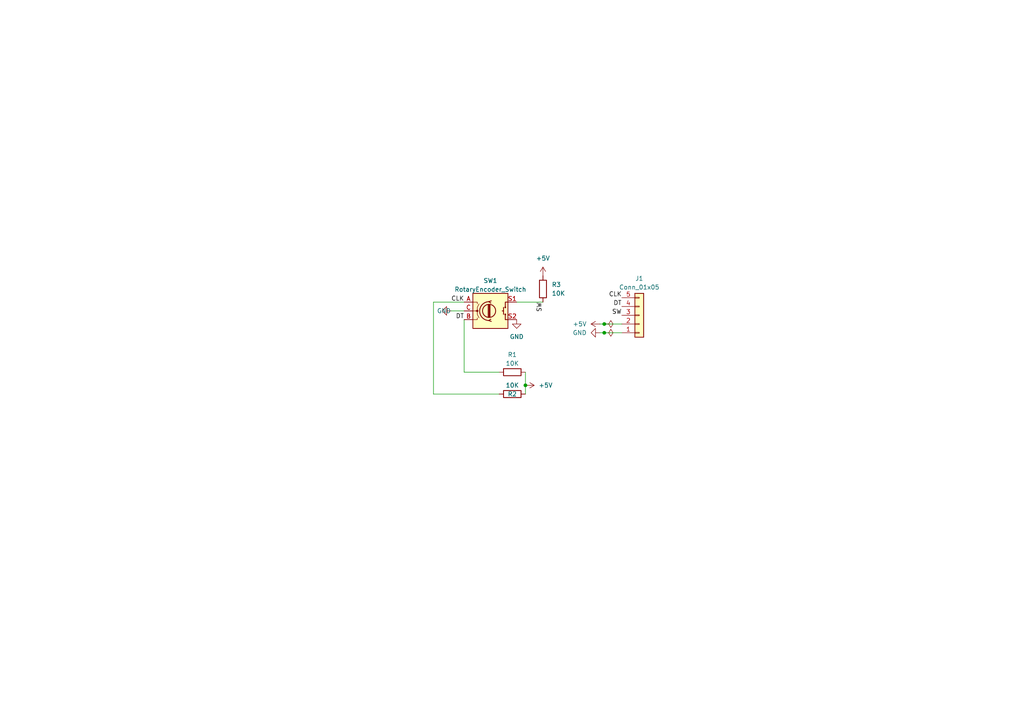
<source format=kicad_sch>
(kicad_sch (version 20230121) (generator eeschema)

  (uuid 554ff483-7798-419b-8c9d-d2013930b7d0)

  (paper "A4")

  (lib_symbols
    (symbol "Connector_Generic:Conn_01x05" (pin_names (offset 1.016) hide) (in_bom yes) (on_board yes)
      (property "Reference" "J" (at 0 7.62 0)
        (effects (font (size 1.27 1.27)))
      )
      (property "Value" "Conn_01x05" (at 0 -7.62 0)
        (effects (font (size 1.27 1.27)))
      )
      (property "Footprint" "" (at 0 0 0)
        (effects (font (size 1.27 1.27)) hide)
      )
      (property "Datasheet" "~" (at 0 0 0)
        (effects (font (size 1.27 1.27)) hide)
      )
      (property "ki_keywords" "connector" (at 0 0 0)
        (effects (font (size 1.27 1.27)) hide)
      )
      (property "ki_description" "Generic connector, single row, 01x05, script generated (kicad-library-utils/schlib/autogen/connector/)" (at 0 0 0)
        (effects (font (size 1.27 1.27)) hide)
      )
      (property "ki_fp_filters" "Connector*:*_1x??_*" (at 0 0 0)
        (effects (font (size 1.27 1.27)) hide)
      )
      (symbol "Conn_01x05_1_1"
        (rectangle (start -1.27 -4.953) (end 0 -5.207)
          (stroke (width 0.1524) (type default))
          (fill (type none))
        )
        (rectangle (start -1.27 -2.413) (end 0 -2.667)
          (stroke (width 0.1524) (type default))
          (fill (type none))
        )
        (rectangle (start -1.27 0.127) (end 0 -0.127)
          (stroke (width 0.1524) (type default))
          (fill (type none))
        )
        (rectangle (start -1.27 2.667) (end 0 2.413)
          (stroke (width 0.1524) (type default))
          (fill (type none))
        )
        (rectangle (start -1.27 5.207) (end 0 4.953)
          (stroke (width 0.1524) (type default))
          (fill (type none))
        )
        (rectangle (start -1.27 6.35) (end 1.27 -6.35)
          (stroke (width 0.254) (type default))
          (fill (type background))
        )
        (pin passive line (at -5.08 5.08 0) (length 3.81)
          (name "Pin_1" (effects (font (size 1.27 1.27))))
          (number "1" (effects (font (size 1.27 1.27))))
        )
        (pin passive line (at -5.08 2.54 0) (length 3.81)
          (name "Pin_2" (effects (font (size 1.27 1.27))))
          (number "2" (effects (font (size 1.27 1.27))))
        )
        (pin passive line (at -5.08 0 0) (length 3.81)
          (name "Pin_3" (effects (font (size 1.27 1.27))))
          (number "3" (effects (font (size 1.27 1.27))))
        )
        (pin passive line (at -5.08 -2.54 0) (length 3.81)
          (name "Pin_4" (effects (font (size 1.27 1.27))))
          (number "4" (effects (font (size 1.27 1.27))))
        )
        (pin passive line (at -5.08 -5.08 0) (length 3.81)
          (name "Pin_5" (effects (font (size 1.27 1.27))))
          (number "5" (effects (font (size 1.27 1.27))))
        )
      )
    )
    (symbol "Device:R" (pin_numbers hide) (pin_names (offset 0)) (in_bom yes) (on_board yes)
      (property "Reference" "R" (at 2.032 0 90)
        (effects (font (size 1.27 1.27)))
      )
      (property "Value" "R" (at 0 0 90)
        (effects (font (size 1.27 1.27)))
      )
      (property "Footprint" "" (at -1.778 0 90)
        (effects (font (size 1.27 1.27)) hide)
      )
      (property "Datasheet" "~" (at 0 0 0)
        (effects (font (size 1.27 1.27)) hide)
      )
      (property "ki_keywords" "R res resistor" (at 0 0 0)
        (effects (font (size 1.27 1.27)) hide)
      )
      (property "ki_description" "Resistor" (at 0 0 0)
        (effects (font (size 1.27 1.27)) hide)
      )
      (property "ki_fp_filters" "R_*" (at 0 0 0)
        (effects (font (size 1.27 1.27)) hide)
      )
      (symbol "R_0_1"
        (rectangle (start -1.016 -2.54) (end 1.016 2.54)
          (stroke (width 0.254) (type default))
          (fill (type none))
        )
      )
      (symbol "R_1_1"
        (pin passive line (at 0 3.81 270) (length 1.27)
          (name "~" (effects (font (size 1.27 1.27))))
          (number "1" (effects (font (size 1.27 1.27))))
        )
        (pin passive line (at 0 -3.81 90) (length 1.27)
          (name "~" (effects (font (size 1.27 1.27))))
          (number "2" (effects (font (size 1.27 1.27))))
        )
      )
    )
    (symbol "Device:RotaryEncoder_Switch" (pin_names (offset 0.254) hide) (in_bom yes) (on_board yes)
      (property "Reference" "SW" (at 0 6.604 0)
        (effects (font (size 1.27 1.27)))
      )
      (property "Value" "RotaryEncoder_Switch" (at 0 -6.604 0)
        (effects (font (size 1.27 1.27)))
      )
      (property "Footprint" "" (at -3.81 4.064 0)
        (effects (font (size 1.27 1.27)) hide)
      )
      (property "Datasheet" "~" (at 0 6.604 0)
        (effects (font (size 1.27 1.27)) hide)
      )
      (property "ki_keywords" "rotary switch encoder switch push button" (at 0 0 0)
        (effects (font (size 1.27 1.27)) hide)
      )
      (property "ki_description" "Rotary encoder, dual channel, incremental quadrate outputs, with switch" (at 0 0 0)
        (effects (font (size 1.27 1.27)) hide)
      )
      (property "ki_fp_filters" "RotaryEncoder*Switch*" (at 0 0 0)
        (effects (font (size 1.27 1.27)) hide)
      )
      (symbol "RotaryEncoder_Switch_0_1"
        (rectangle (start -5.08 5.08) (end 5.08 -5.08)
          (stroke (width 0.254) (type default))
          (fill (type background))
        )
        (circle (center -3.81 0) (radius 0.254)
          (stroke (width 0) (type default))
          (fill (type outline))
        )
        (circle (center -0.381 0) (radius 1.905)
          (stroke (width 0.254) (type default))
          (fill (type none))
        )
        (arc (start -0.381 2.667) (mid -3.0988 -0.0635) (end -0.381 -2.794)
          (stroke (width 0.254) (type default))
          (fill (type none))
        )
        (polyline
          (pts
            (xy -0.635 -1.778)
            (xy -0.635 1.778)
          )
          (stroke (width 0.254) (type default))
          (fill (type none))
        )
        (polyline
          (pts
            (xy -0.381 -1.778)
            (xy -0.381 1.778)
          )
          (stroke (width 0.254) (type default))
          (fill (type none))
        )
        (polyline
          (pts
            (xy -0.127 1.778)
            (xy -0.127 -1.778)
          )
          (stroke (width 0.254) (type default))
          (fill (type none))
        )
        (polyline
          (pts
            (xy 3.81 0)
            (xy 3.429 0)
          )
          (stroke (width 0.254) (type default))
          (fill (type none))
        )
        (polyline
          (pts
            (xy 3.81 1.016)
            (xy 3.81 -1.016)
          )
          (stroke (width 0.254) (type default))
          (fill (type none))
        )
        (polyline
          (pts
            (xy -5.08 -2.54)
            (xy -3.81 -2.54)
            (xy -3.81 -2.032)
          )
          (stroke (width 0) (type default))
          (fill (type none))
        )
        (polyline
          (pts
            (xy -5.08 2.54)
            (xy -3.81 2.54)
            (xy -3.81 2.032)
          )
          (stroke (width 0) (type default))
          (fill (type none))
        )
        (polyline
          (pts
            (xy 0.254 -3.048)
            (xy -0.508 -2.794)
            (xy 0.127 -2.413)
          )
          (stroke (width 0.254) (type default))
          (fill (type none))
        )
        (polyline
          (pts
            (xy 0.254 2.921)
            (xy -0.508 2.667)
            (xy 0.127 2.286)
          )
          (stroke (width 0.254) (type default))
          (fill (type none))
        )
        (polyline
          (pts
            (xy 5.08 -2.54)
            (xy 4.318 -2.54)
            (xy 4.318 -1.016)
          )
          (stroke (width 0.254) (type default))
          (fill (type none))
        )
        (polyline
          (pts
            (xy 5.08 2.54)
            (xy 4.318 2.54)
            (xy 4.318 1.016)
          )
          (stroke (width 0.254) (type default))
          (fill (type none))
        )
        (polyline
          (pts
            (xy -5.08 0)
            (xy -3.81 0)
            (xy -3.81 -1.016)
            (xy -3.302 -2.032)
          )
          (stroke (width 0) (type default))
          (fill (type none))
        )
        (polyline
          (pts
            (xy -4.318 0)
            (xy -3.81 0)
            (xy -3.81 1.016)
            (xy -3.302 2.032)
          )
          (stroke (width 0) (type default))
          (fill (type none))
        )
        (circle (center 4.318 -1.016) (radius 0.127)
          (stroke (width 0.254) (type default))
          (fill (type none))
        )
        (circle (center 4.318 1.016) (radius 0.127)
          (stroke (width 0.254) (type default))
          (fill (type none))
        )
      )
      (symbol "RotaryEncoder_Switch_1_1"
        (pin passive line (at -7.62 2.54 0) (length 2.54)
          (name "A" (effects (font (size 1.27 1.27))))
          (number "A" (effects (font (size 1.27 1.27))))
        )
        (pin passive line (at -7.62 -2.54 0) (length 2.54)
          (name "B" (effects (font (size 1.27 1.27))))
          (number "B" (effects (font (size 1.27 1.27))))
        )
        (pin passive line (at -7.62 0 0) (length 2.54)
          (name "C" (effects (font (size 1.27 1.27))))
          (number "C" (effects (font (size 1.27 1.27))))
        )
        (pin passive line (at 7.62 2.54 180) (length 2.54)
          (name "S1" (effects (font (size 1.27 1.27))))
          (number "S1" (effects (font (size 1.27 1.27))))
        )
        (pin passive line (at 7.62 -2.54 180) (length 2.54)
          (name "S2" (effects (font (size 1.27 1.27))))
          (number "S2" (effects (font (size 1.27 1.27))))
        )
      )
    )
    (symbol "power:+5V" (power) (pin_names (offset 0)) (in_bom yes) (on_board yes)
      (property "Reference" "#PWR" (at 0 -3.81 0)
        (effects (font (size 1.27 1.27)) hide)
      )
      (property "Value" "+5V" (at 0 3.556 0)
        (effects (font (size 1.27 1.27)))
      )
      (property "Footprint" "" (at 0 0 0)
        (effects (font (size 1.27 1.27)) hide)
      )
      (property "Datasheet" "" (at 0 0 0)
        (effects (font (size 1.27 1.27)) hide)
      )
      (property "ki_keywords" "global power" (at 0 0 0)
        (effects (font (size 1.27 1.27)) hide)
      )
      (property "ki_description" "Power symbol creates a global label with name \"+5V\"" (at 0 0 0)
        (effects (font (size 1.27 1.27)) hide)
      )
      (symbol "+5V_0_1"
        (polyline
          (pts
            (xy -0.762 1.27)
            (xy 0 2.54)
          )
          (stroke (width 0) (type default))
          (fill (type none))
        )
        (polyline
          (pts
            (xy 0 0)
            (xy 0 2.54)
          )
          (stroke (width 0) (type default))
          (fill (type none))
        )
        (polyline
          (pts
            (xy 0 2.54)
            (xy 0.762 1.27)
          )
          (stroke (width 0) (type default))
          (fill (type none))
        )
      )
      (symbol "+5V_1_1"
        (pin power_in line (at 0 0 90) (length 0) hide
          (name "+5V" (effects (font (size 1.27 1.27))))
          (number "1" (effects (font (size 1.27 1.27))))
        )
      )
    )
    (symbol "power:GND" (power) (pin_names (offset 0)) (in_bom yes) (on_board yes)
      (property "Reference" "#PWR" (at 0 -6.35 0)
        (effects (font (size 1.27 1.27)) hide)
      )
      (property "Value" "GND" (at 0 -3.81 0)
        (effects (font (size 1.27 1.27)))
      )
      (property "Footprint" "" (at 0 0 0)
        (effects (font (size 1.27 1.27)) hide)
      )
      (property "Datasheet" "" (at 0 0 0)
        (effects (font (size 1.27 1.27)) hide)
      )
      (property "ki_keywords" "global power" (at 0 0 0)
        (effects (font (size 1.27 1.27)) hide)
      )
      (property "ki_description" "Power symbol creates a global label with name \"GND\" , ground" (at 0 0 0)
        (effects (font (size 1.27 1.27)) hide)
      )
      (symbol "GND_0_1"
        (polyline
          (pts
            (xy 0 0)
            (xy 0 -1.27)
            (xy 1.27 -1.27)
            (xy 0 -2.54)
            (xy -1.27 -1.27)
            (xy 0 -1.27)
          )
          (stroke (width 0) (type default))
          (fill (type none))
        )
      )
      (symbol "GND_1_1"
        (pin power_in line (at 0 0 270) (length 0) hide
          (name "GND" (effects (font (size 1.27 1.27))))
          (number "1" (effects (font (size 1.27 1.27))))
        )
      )
    )
    (symbol "power:PWR_FLAG" (power) (pin_numbers hide) (pin_names (offset 0) hide) (in_bom yes) (on_board yes)
      (property "Reference" "#FLG" (at 0 1.905 0)
        (effects (font (size 1.27 1.27)) hide)
      )
      (property "Value" "PWR_FLAG" (at 0 3.81 0)
        (effects (font (size 1.27 1.27)))
      )
      (property "Footprint" "" (at 0 0 0)
        (effects (font (size 1.27 1.27)) hide)
      )
      (property "Datasheet" "~" (at 0 0 0)
        (effects (font (size 1.27 1.27)) hide)
      )
      (property "ki_keywords" "flag power" (at 0 0 0)
        (effects (font (size 1.27 1.27)) hide)
      )
      (property "ki_description" "Special symbol for telling ERC where power comes from" (at 0 0 0)
        (effects (font (size 1.27 1.27)) hide)
      )
      (symbol "PWR_FLAG_0_0"
        (pin power_out line (at 0 0 90) (length 0)
          (name "pwr" (effects (font (size 1.27 1.27))))
          (number "1" (effects (font (size 1.27 1.27))))
        )
      )
      (symbol "PWR_FLAG_0_1"
        (polyline
          (pts
            (xy 0 0)
            (xy 0 1.27)
            (xy -1.016 1.905)
            (xy 0 2.54)
            (xy 1.016 1.905)
            (xy 0 1.27)
          )
          (stroke (width 0) (type default))
          (fill (type none))
        )
      )
    )
  )

  (junction (at 175.26 93.98) (diameter 0) (color 0 0 0 0)
    (uuid 47169a6e-c99a-4708-a24f-c003a721a6ca)
  )
  (junction (at 175.26 96.52) (diameter 0) (color 0 0 0 0)
    (uuid 5f4fa709-90db-48f4-899b-abb2223ca986)
  )
  (junction (at 152.4 111.76) (diameter 0) (color 0 0 0 0)
    (uuid ece0caef-be61-425b-89e0-864fe6759db0)
  )

  (wire (pts (xy 152.4 111.76) (xy 152.4 114.3))
    (stroke (width 0) (type default))
    (uuid 06649dac-0326-4331-a326-b360792a71ae)
  )
  (wire (pts (xy 175.26 93.98) (xy 180.34 93.98))
    (stroke (width 0) (type default))
    (uuid 0f9f5a54-6b8a-41c1-b3f1-1c1ff6bca233)
  )
  (wire (pts (xy 125.73 87.63) (xy 125.73 114.3))
    (stroke (width 0) (type default))
    (uuid 1577ab13-baec-4a4a-91be-54791b4beba9)
  )
  (wire (pts (xy 173.99 96.52) (xy 175.26 96.52))
    (stroke (width 0) (type default))
    (uuid 17d00701-9a13-4a4c-b149-5a95e4f4236b)
  )
  (wire (pts (xy 157.48 87.63) (xy 149.86 87.63))
    (stroke (width 0) (type default))
    (uuid 33efde5f-3aaa-4408-8443-b509d0a147f6)
  )
  (wire (pts (xy 152.4 107.95) (xy 152.4 111.76))
    (stroke (width 0) (type default))
    (uuid 3d66120c-33dc-4d72-9b1b-ca3ff48ac5e4)
  )
  (wire (pts (xy 134.62 107.95) (xy 134.62 92.71))
    (stroke (width 0) (type default))
    (uuid 475c9b20-0f64-4f70-8909-811f702e2f3e)
  )
  (wire (pts (xy 130.81 90.17) (xy 134.62 90.17))
    (stroke (width 0) (type default))
    (uuid 5b9e1f1b-09d3-4ab2-bcd9-586f1dca6aca)
  )
  (wire (pts (xy 144.78 107.95) (xy 134.62 107.95))
    (stroke (width 0) (type default))
    (uuid 5f0ec11b-0857-47c8-a800-62a68874f782)
  )
  (wire (pts (xy 175.26 96.52) (xy 180.34 96.52))
    (stroke (width 0) (type default))
    (uuid 6197780c-3f65-4ebe-b968-6676efc4064a)
  )
  (wire (pts (xy 134.62 87.63) (xy 125.73 87.63))
    (stroke (width 0) (type default))
    (uuid a87821ba-a283-43d5-b664-6d17fe9665b1)
  )
  (wire (pts (xy 173.99 93.98) (xy 175.26 93.98))
    (stroke (width 0) (type default))
    (uuid bd55bffb-5a42-4a58-85bc-1a299b017322)
  )
  (wire (pts (xy 125.73 114.3) (xy 144.78 114.3))
    (stroke (width 0) (type default))
    (uuid f8c0e587-5812-49f6-9af4-a1e24106f091)
  )

  (label "CLK" (at 134.62 87.63 180) (fields_autoplaced)
    (effects (font (size 1.27 1.27)) (justify right bottom))
    (uuid 00f54d44-05de-402d-9ae4-197ea96ec5fa)
  )
  (label "DT" (at 134.62 92.71 180) (fields_autoplaced)
    (effects (font (size 1.27 1.27)) (justify right bottom))
    (uuid 5c2aae0b-7ab8-4cee-aeb7-e52572bd8c69)
  )
  (label "CLK" (at 180.34 86.36 180) (fields_autoplaced)
    (effects (font (size 1.27 1.27)) (justify right bottom))
    (uuid 5f6632f9-81f5-4f99-9e1d-b0bc525eac4a)
  )
  (label "SW" (at 157.48 87.63 270) (fields_autoplaced)
    (effects (font (size 1.27 1.27)) (justify right bottom))
    (uuid b47111d2-aeb5-47ed-9f22-0d580794989a)
  )
  (label "DT" (at 180.34 88.9 180) (fields_autoplaced)
    (effects (font (size 1.27 1.27)) (justify right bottom))
    (uuid d0c7b134-168a-4e3e-a886-c4489eefd7c4)
  )
  (label "SW" (at 180.34 91.44 180) (fields_autoplaced)
    (effects (font (size 1.27 1.27)) (justify right bottom))
    (uuid d650f0a1-63af-4d5f-bbbf-f25b6a677132)
  )

  (symbol (lib_id "power:+5V") (at 152.4 111.76 270) (unit 1)
    (in_bom yes) (on_board yes) (dnp no) (fields_autoplaced)
    (uuid 0ee25214-8bf3-424a-af6f-0c10a7698023)
    (property "Reference" "#PWR03" (at 148.59 111.76 0)
      (effects (font (size 1.27 1.27)) hide)
    )
    (property "Value" "+5V" (at 156.21 111.76 90)
      (effects (font (size 1.27 1.27)) (justify left))
    )
    (property "Footprint" "" (at 152.4 111.76 0)
      (effects (font (size 1.27 1.27)) hide)
    )
    (property "Datasheet" "" (at 152.4 111.76 0)
      (effects (font (size 1.27 1.27)) hide)
    )
    (pin "1" (uuid b7fa2fb8-c61e-4807-908b-ff95d3206aa5))
    (instances
      (project "Rotary Encoder Board"
        (path "/554ff483-7798-419b-8c9d-d2013930b7d0"
          (reference "#PWR03") (unit 1)
        )
      )
    )
  )

  (symbol (lib_id "power:+5V") (at 157.48 80.01 0) (unit 1)
    (in_bom yes) (on_board yes) (dnp no) (fields_autoplaced)
    (uuid 1b3be855-7abe-4a31-ab4f-86432894db78)
    (property "Reference" "#PWR04" (at 157.48 83.82 0)
      (effects (font (size 1.27 1.27)) hide)
    )
    (property "Value" "+5V" (at 157.48 74.93 0)
      (effects (font (size 1.27 1.27)))
    )
    (property "Footprint" "" (at 157.48 80.01 0)
      (effects (font (size 1.27 1.27)) hide)
    )
    (property "Datasheet" "" (at 157.48 80.01 0)
      (effects (font (size 1.27 1.27)) hide)
    )
    (pin "1" (uuid fcf495ca-5a27-4a55-8ee1-e665bf076196))
    (instances
      (project "Rotary Encoder Board"
        (path "/554ff483-7798-419b-8c9d-d2013930b7d0"
          (reference "#PWR04") (unit 1)
        )
      )
    )
  )

  (symbol (lib_id "power:PWR_FLAG") (at 175.26 93.98 270) (unit 1)
    (in_bom yes) (on_board yes) (dnp no) (fields_autoplaced)
    (uuid 2b1d6016-e631-4d7a-94c6-36e413b0331c)
    (property "Reference" "#FLG01" (at 177.165 93.98 0)
      (effects (font (size 1.27 1.27)) hide)
    )
    (property "Value" "PWR_FLAG" (at 179.07 93.98 90)
      (effects (font (size 1.27 1.27)) (justify left) hide)
    )
    (property "Footprint" "" (at 175.26 93.98 0)
      (effects (font (size 1.27 1.27)) hide)
    )
    (property "Datasheet" "~" (at 175.26 93.98 0)
      (effects (font (size 1.27 1.27)) hide)
    )
    (pin "1" (uuid 8aa68b82-d04e-45f0-bb92-94b7850968a1))
    (instances
      (project "Rotary Encoder Board"
        (path "/554ff483-7798-419b-8c9d-d2013930b7d0"
          (reference "#FLG01") (unit 1)
        )
      )
    )
  )

  (symbol (lib_id "power:GND") (at 130.81 90.17 270) (unit 1)
    (in_bom yes) (on_board yes) (dnp no)
    (uuid 2e728775-ec83-4288-babd-a0b748551707)
    (property "Reference" "#PWR01" (at 124.46 90.17 0)
      (effects (font (size 1.27 1.27)) hide)
    )
    (property "Value" "GND" (at 130.81 90.17 90)
      (effects (font (size 1.27 1.27)) (justify right))
    )
    (property "Footprint" "" (at 130.81 90.17 0)
      (effects (font (size 1.27 1.27)) hide)
    )
    (property "Datasheet" "" (at 130.81 90.17 0)
      (effects (font (size 1.27 1.27)) hide)
    )
    (pin "1" (uuid 1fe0d546-97e8-46b3-b919-9916e9709094))
    (instances
      (project "Rotary Encoder Board"
        (path "/554ff483-7798-419b-8c9d-d2013930b7d0"
          (reference "#PWR01") (unit 1)
        )
      )
    )
  )

  (symbol (lib_id "power:PWR_FLAG") (at 175.26 96.52 270) (unit 1)
    (in_bom yes) (on_board yes) (dnp no) (fields_autoplaced)
    (uuid 8324a450-553d-45e2-8f20-57250e7ee361)
    (property "Reference" "#FLG02" (at 177.165 96.52 0)
      (effects (font (size 1.27 1.27)) hide)
    )
    (property "Value" "PWR_FLAG" (at 179.07 96.52 90)
      (effects (font (size 1.27 1.27)) (justify left) hide)
    )
    (property "Footprint" "" (at 175.26 96.52 0)
      (effects (font (size 1.27 1.27)) hide)
    )
    (property "Datasheet" "~" (at 175.26 96.52 0)
      (effects (font (size 1.27 1.27)) hide)
    )
    (pin "1" (uuid 2e6afbef-7ebe-4294-84c2-42b8782b61af))
    (instances
      (project "Rotary Encoder Board"
        (path "/554ff483-7798-419b-8c9d-d2013930b7d0"
          (reference "#FLG02") (unit 1)
        )
      )
    )
  )

  (symbol (lib_id "power:GND") (at 149.86 92.71 0) (unit 1)
    (in_bom yes) (on_board yes) (dnp no) (fields_autoplaced)
    (uuid 9c71a34f-e241-4326-8027-9f73c10011cd)
    (property "Reference" "#PWR02" (at 149.86 99.06 0)
      (effects (font (size 1.27 1.27)) hide)
    )
    (property "Value" "GND" (at 149.86 97.663 0)
      (effects (font (size 1.27 1.27)))
    )
    (property "Footprint" "" (at 149.86 92.71 0)
      (effects (font (size 1.27 1.27)) hide)
    )
    (property "Datasheet" "" (at 149.86 92.71 0)
      (effects (font (size 1.27 1.27)) hide)
    )
    (pin "1" (uuid f0f6cc6b-4d44-4b8c-9223-8e62f4f5322d))
    (instances
      (project "Rotary Encoder Board"
        (path "/554ff483-7798-419b-8c9d-d2013930b7d0"
          (reference "#PWR02") (unit 1)
        )
      )
    )
  )

  (symbol (lib_id "Device:R") (at 148.59 107.95 90) (unit 1)
    (in_bom yes) (on_board yes) (dnp no) (fields_autoplaced)
    (uuid a3872fdc-95fd-47c0-af4e-122fca9861b9)
    (property "Reference" "R1" (at 148.59 102.87 90)
      (effects (font (size 1.27 1.27)))
    )
    (property "Value" "10K" (at 148.59 105.41 90)
      (effects (font (size 1.27 1.27)))
    )
    (property "Footprint" "Resistor_SMD:R_0805_2012Metric_Pad1.20x1.40mm_HandSolder" (at 148.59 109.728 90)
      (effects (font (size 1.27 1.27)) hide)
    )
    (property "Datasheet" "~" (at 148.59 107.95 0)
      (effects (font (size 1.27 1.27)) hide)
    )
    (pin "1" (uuid d3e0cb29-c37b-40c1-aeb4-a551ff48da38))
    (pin "2" (uuid 423ca02f-da55-4075-81ba-0c4b9b078523))
    (instances
      (project "Rotary Encoder Board"
        (path "/554ff483-7798-419b-8c9d-d2013930b7d0"
          (reference "R1") (unit 1)
        )
      )
    )
  )

  (symbol (lib_id "power:GND") (at 173.99 96.52 270) (unit 1)
    (in_bom yes) (on_board yes) (dnp no)
    (uuid b069d442-7b5f-4470-8eb7-8111834b25a0)
    (property "Reference" "#PWR06" (at 167.64 96.52 0)
      (effects (font (size 1.27 1.27)) hide)
    )
    (property "Value" "GND" (at 170.18 96.52 90)
      (effects (font (size 1.27 1.27)) (justify right))
    )
    (property "Footprint" "" (at 173.99 96.52 0)
      (effects (font (size 1.27 1.27)) hide)
    )
    (property "Datasheet" "" (at 173.99 96.52 0)
      (effects (font (size 1.27 1.27)) hide)
    )
    (pin "1" (uuid 0297d0db-7f20-4f79-a394-60e8be86b327))
    (instances
      (project "Rotary Encoder Board"
        (path "/554ff483-7798-419b-8c9d-d2013930b7d0"
          (reference "#PWR06") (unit 1)
        )
      )
    )
  )

  (symbol (lib_id "power:+5V") (at 173.99 93.98 90) (unit 1)
    (in_bom yes) (on_board yes) (dnp no)
    (uuid bb16ac11-6c0f-4f5b-99d1-0283416d5f34)
    (property "Reference" "#PWR05" (at 177.8 93.98 0)
      (effects (font (size 1.27 1.27)) hide)
    )
    (property "Value" "+5V" (at 170.18 93.98 90)
      (effects (font (size 1.27 1.27)) (justify left))
    )
    (property "Footprint" "" (at 173.99 93.98 0)
      (effects (font (size 1.27 1.27)) hide)
    )
    (property "Datasheet" "" (at 173.99 93.98 0)
      (effects (font (size 1.27 1.27)) hide)
    )
    (pin "1" (uuid 3ea6568a-4c0b-4f68-aa8c-2c6d3b68fc19))
    (instances
      (project "Rotary Encoder Board"
        (path "/554ff483-7798-419b-8c9d-d2013930b7d0"
          (reference "#PWR05") (unit 1)
        )
      )
    )
  )

  (symbol (lib_id "Connector_Generic:Conn_01x05") (at 185.42 91.44 0) (mirror x) (unit 1)
    (in_bom yes) (on_board yes) (dnp no)
    (uuid c4393b6e-c2cd-4c6d-851a-d7006ca8e170)
    (property "Reference" "J1" (at 185.42 80.772 0)
      (effects (font (size 1.27 1.27)))
    )
    (property "Value" "Conn_01x05" (at 185.42 83.312 0)
      (effects (font (size 1.27 1.27)))
    )
    (property "Footprint" "Connector_PinHeader_2.54mm:PinHeader_1x05_P2.54mm_Vertical" (at 185.42 91.44 0)
      (effects (font (size 1.27 1.27)) hide)
    )
    (property "Datasheet" "~" (at 185.42 91.44 0)
      (effects (font (size 1.27 1.27)) hide)
    )
    (pin "1" (uuid c4991399-c04a-4a83-bb74-a078556f4504))
    (pin "2" (uuid 0156d9ed-bb73-46dc-a5e3-a905fb546d93))
    (pin "3" (uuid afcdef01-829f-4a9c-a172-9d508fc225d7))
    (pin "4" (uuid 304f2ed3-51c6-44ff-8754-33879c8dffb4))
    (pin "5" (uuid 9b48e0fa-ac3f-4a6c-b670-d2e798a1d547))
    (instances
      (project "Rotary Encoder Board"
        (path "/554ff483-7798-419b-8c9d-d2013930b7d0"
          (reference "J1") (unit 1)
        )
      )
    )
  )

  (symbol (lib_id "Device:R") (at 157.48 83.82 180) (unit 1)
    (in_bom yes) (on_board yes) (dnp no) (fields_autoplaced)
    (uuid f2d61d89-3aff-4370-b860-bb444c60f146)
    (property "Reference" "R3" (at 160.02 82.55 0)
      (effects (font (size 1.27 1.27)) (justify right))
    )
    (property "Value" "10K" (at 160.02 85.09 0)
      (effects (font (size 1.27 1.27)) (justify right))
    )
    (property "Footprint" "Resistor_SMD:R_0805_2012Metric_Pad1.20x1.40mm_HandSolder" (at 159.258 83.82 90)
      (effects (font (size 1.27 1.27)) hide)
    )
    (property "Datasheet" "~" (at 157.48 83.82 0)
      (effects (font (size 1.27 1.27)) hide)
    )
    (pin "1" (uuid eb61b519-405d-4f8a-9bc4-8d831bfc468e))
    (pin "2" (uuid 1c944cf1-4402-4077-9f6d-4f103d1baee3))
    (instances
      (project "Rotary Encoder Board"
        (path "/554ff483-7798-419b-8c9d-d2013930b7d0"
          (reference "R3") (unit 1)
        )
      )
    )
  )

  (symbol (lib_id "Device:RotaryEncoder_Switch") (at 142.24 90.17 0) (unit 1)
    (in_bom yes) (on_board yes) (dnp no) (fields_autoplaced)
    (uuid fa297d51-7f42-4cf0-910c-795155d2d28f)
    (property "Reference" "SW1" (at 142.24 81.407 0)
      (effects (font (size 1.27 1.27)))
    )
    (property "Value" "RotaryEncoder_Switch" (at 142.24 83.947 0)
      (effects (font (size 1.27 1.27)))
    )
    (property "Footprint" "Rotary_Encoder:RotaryEncoder_Alps_EC11E-Switch_Vertical_H20mm" (at 138.43 86.106 0)
      (effects (font (size 1.27 1.27)) hide)
    )
    (property "Datasheet" "~" (at 142.24 83.566 0)
      (effects (font (size 1.27 1.27)) hide)
    )
    (pin "A" (uuid 88c9f047-3ebe-41fb-ad6a-f6136fcdb50b))
    (pin "B" (uuid 9f7a55d7-39d5-4b71-950a-94a94dcad177))
    (pin "C" (uuid b8ef646d-e16a-4cf1-9f7a-9f5ee25af945))
    (pin "S1" (uuid ff47bb5c-4c04-454c-ab61-3dc384d3234f))
    (pin "S2" (uuid d224e59e-b5bc-4338-9368-5bc8549896c9))
    (instances
      (project "Rotary Encoder Board"
        (path "/554ff483-7798-419b-8c9d-d2013930b7d0"
          (reference "SW1") (unit 1)
        )
      )
    )
  )

  (symbol (lib_id "Device:R") (at 148.59 114.3 90) (unit 1)
    (in_bom yes) (on_board yes) (dnp no)
    (uuid fb64762d-1fb4-40dd-b3ac-84a189325c8b)
    (property "Reference" "R2" (at 148.59 114.3 90)
      (effects (font (size 1.27 1.27)))
    )
    (property "Value" "10K" (at 148.59 111.76 90)
      (effects (font (size 1.27 1.27)))
    )
    (property "Footprint" "Resistor_SMD:R_0805_2012Metric_Pad1.20x1.40mm_HandSolder" (at 148.59 116.078 90)
      (effects (font (size 1.27 1.27)) hide)
    )
    (property "Datasheet" "~" (at 148.59 114.3 0)
      (effects (font (size 1.27 1.27)) hide)
    )
    (pin "1" (uuid 66c09252-9d19-4edd-9337-85bacf3c55af))
    (pin "2" (uuid 8b806996-5275-4adb-9075-9b16921ca013))
    (instances
      (project "Rotary Encoder Board"
        (path "/554ff483-7798-419b-8c9d-d2013930b7d0"
          (reference "R2") (unit 1)
        )
      )
    )
  )

  (sheet_instances
    (path "/" (page "1"))
  )
)

</source>
